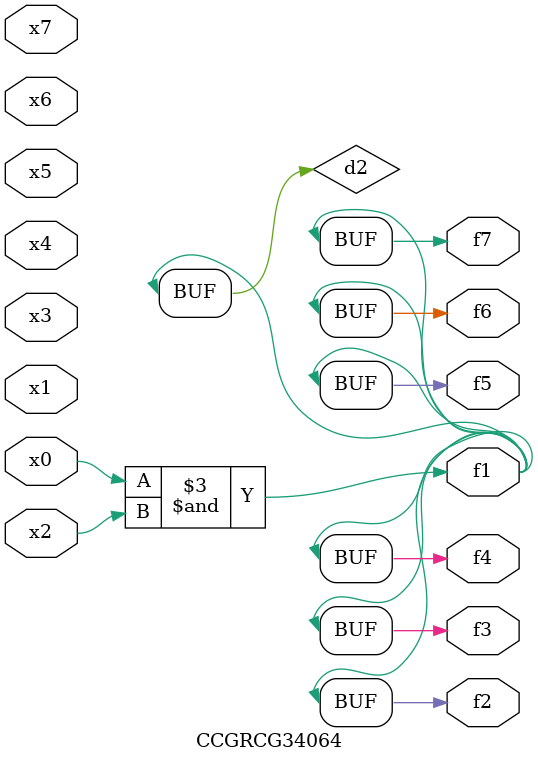
<source format=v>
module CCGRCG34064(
	input x0, x1, x2, x3, x4, x5, x6, x7,
	output f1, f2, f3, f4, f5, f6, f7
);

	wire d1, d2;

	nor (d1, x3, x6);
	and (d2, x0, x2);
	assign f1 = d2;
	assign f2 = d2;
	assign f3 = d2;
	assign f4 = d2;
	assign f5 = d2;
	assign f6 = d2;
	assign f7 = d2;
endmodule

</source>
